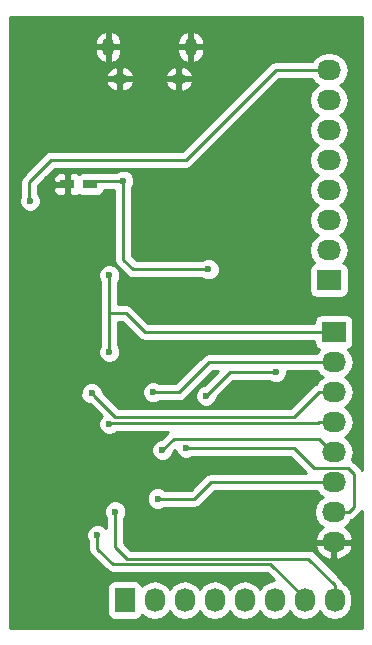
<source format=gbr>
G04 #@! TF.FileFunction,Copper,L2,Bot,Signal*
%FSLAX46Y46*%
G04 Gerber Fmt 4.6, Leading zero omitted, Abs format (unit mm)*
G04 Created by KiCad (PCBNEW 4.0.4-stable) date Fri Nov 25 15:40:38 2016*
%MOMM*%
%LPD*%
G01*
G04 APERTURE LIST*
%ADD10C,0.100000*%
%ADD11R,1.200000X0.750000*%
%ADD12O,1.250000X0.950000*%
%ADD13O,1.000000X1.550000*%
%ADD14R,1.727200X2.032000*%
%ADD15O,1.727200X2.032000*%
%ADD16R,2.032000X1.727200*%
%ADD17O,2.032000X1.727200*%
%ADD18C,0.600000*%
%ADD19C,0.250000*%
%ADD20C,0.254000*%
G04 APERTURE END LIST*
D10*
D11*
X156850000Y-92300000D03*
X154950000Y-92300000D03*
D12*
X164400900Y-83362540D03*
X159400900Y-83362540D03*
D13*
X165400900Y-80662540D03*
X158400900Y-80662540D03*
D14*
X159800000Y-127500000D03*
D15*
X162340000Y-127500000D03*
X164880000Y-127500000D03*
X167420000Y-127500000D03*
X169960000Y-127500000D03*
X172500000Y-127500000D03*
X175040000Y-127500000D03*
X177580000Y-127500000D03*
D16*
X177100000Y-100400000D03*
D17*
X177100000Y-97860000D03*
X177100000Y-95320000D03*
X177100000Y-92780000D03*
X177100000Y-90240000D03*
X177100000Y-87700000D03*
X177100000Y-85160000D03*
X177100000Y-82620000D03*
D16*
X177500000Y-104800000D03*
D17*
X177500000Y-107340000D03*
X177500000Y-109880000D03*
X177500000Y-112420000D03*
X177500000Y-114960000D03*
X177500000Y-117500000D03*
X177500000Y-120040000D03*
X177500000Y-122580000D03*
D18*
X166700000Y-110200000D03*
X172600000Y-108200000D03*
X160400000Y-85700000D03*
X152800000Y-113700000D03*
X171900000Y-111000000D03*
X155700000Y-114900000D03*
X155700000Y-113600000D03*
X165800000Y-102700000D03*
X172200000Y-98200000D03*
X158100000Y-96700000D03*
X167500000Y-95800000D03*
X168500000Y-91000000D03*
X154500000Y-87000000D03*
X166900000Y-99500000D03*
X159700000Y-92000000D03*
X157000000Y-110000000D03*
X158500000Y-112600000D03*
X157500000Y-122000000D03*
X159000000Y-120000000D03*
X163000000Y-114800000D03*
X162600000Y-118900000D03*
X165000000Y-114600000D03*
X151800000Y-93700000D03*
X158500000Y-106500000D03*
X158500000Y-100000000D03*
X162200000Y-109900000D03*
D19*
X168700000Y-108200000D02*
X166700000Y-110200000D01*
X169500000Y-108200000D02*
X168700000Y-108200000D01*
X169500000Y-108200000D02*
X172600000Y-108200000D01*
X166900000Y-99500000D02*
X160500000Y-99500000D01*
X160500000Y-99500000D02*
X159700000Y-98700000D01*
X159700000Y-98700000D02*
X159700000Y-92000000D01*
X159700000Y-92000000D02*
X157150000Y-92000000D01*
X157150000Y-92000000D02*
X156850000Y-92300000D01*
X157299999Y-110299999D02*
X157000000Y-110000000D01*
X159000000Y-112000000D02*
X157299999Y-110299999D01*
X174114000Y-112000000D02*
X159000000Y-112000000D01*
X176234000Y-109880000D02*
X174114000Y-112000000D01*
X177500000Y-109880000D02*
X176234000Y-109880000D01*
X176154000Y-112500000D02*
X158600000Y-112500000D01*
X158600000Y-112500000D02*
X158500000Y-112600000D01*
X177500000Y-112420000D02*
X176234000Y-112420000D01*
X176234000Y-112420000D02*
X176154000Y-112500000D01*
X157500000Y-123136411D02*
X157500000Y-122424264D01*
X157500000Y-122424264D02*
X157500000Y-122000000D01*
X158813600Y-124450011D02*
X157500000Y-123136411D01*
X172142411Y-124450011D02*
X158813600Y-124450011D01*
X175040000Y-127347600D02*
X172142411Y-124450011D01*
X175040000Y-127500000D02*
X175040000Y-127347600D01*
X177580000Y-127500000D02*
X177580000Y-126234000D01*
X177580000Y-126234000D02*
X175346000Y-124000000D01*
X175346000Y-124000000D02*
X160000000Y-124000000D01*
X159000000Y-121700000D02*
X159000000Y-120000000D01*
X160000000Y-124000000D02*
X159000000Y-123000000D01*
X159000000Y-123000000D02*
X159000000Y-121700000D01*
X177347600Y-114960000D02*
X177500000Y-114960000D01*
X176234000Y-113846400D02*
X177347600Y-114960000D01*
X163953600Y-113846400D02*
X176234000Y-113846400D01*
X163000000Y-114800000D02*
X163953600Y-113846400D01*
X165700000Y-118900000D02*
X167100000Y-117500000D01*
X167100000Y-117500000D02*
X177500000Y-117500000D01*
X162600000Y-118900000D02*
X165700000Y-118900000D01*
X174100000Y-114600000D02*
X165000000Y-114600000D01*
X175811390Y-116311390D02*
X174100000Y-114600000D01*
X179200000Y-116800000D02*
X178711390Y-116311390D01*
X178711390Y-116311390D02*
X175811390Y-116311390D01*
X179200000Y-119606000D02*
X179200000Y-116800000D01*
X177500000Y-120040000D02*
X178766000Y-120040000D01*
X178766000Y-120040000D02*
X179200000Y-119606000D01*
X151700000Y-92100000D02*
X151700000Y-93600000D01*
X151700000Y-93600000D02*
X151800000Y-93700000D01*
X153600000Y-90200000D02*
X151700000Y-92100000D01*
X165000000Y-90200000D02*
X153600000Y-90200000D01*
X172580000Y-82620000D02*
X165000000Y-90200000D01*
X177100000Y-82620000D02*
X172580000Y-82620000D01*
X158500000Y-100000000D02*
X158500000Y-103200000D01*
X158500000Y-103200000D02*
X158500000Y-106500000D01*
X161500000Y-104800000D02*
X159900000Y-103200000D01*
X159900000Y-103200000D02*
X158500000Y-103200000D01*
X177500000Y-104800000D02*
X162200000Y-104800000D01*
X162200000Y-104800000D02*
X161500000Y-104800000D01*
X164400000Y-109900000D02*
X166960000Y-107340000D01*
X166960000Y-107340000D02*
X169160000Y-107340000D01*
X162200000Y-109900000D02*
X164400000Y-109900000D01*
X177500000Y-107340000D02*
X169160000Y-107340000D01*
D20*
G36*
X179873000Y-116465538D02*
X179737401Y-116262599D01*
X179248791Y-115773989D01*
X179013585Y-115616830D01*
X179069271Y-115533489D01*
X179183345Y-114960000D01*
X179069271Y-114386511D01*
X178744415Y-113900330D01*
X178429634Y-113690000D01*
X178744415Y-113479670D01*
X179069271Y-112993489D01*
X179183345Y-112420000D01*
X179069271Y-111846511D01*
X178744415Y-111360330D01*
X178429634Y-111150000D01*
X178744415Y-110939670D01*
X179069271Y-110453489D01*
X179183345Y-109880000D01*
X179069271Y-109306511D01*
X178744415Y-108820330D01*
X178429634Y-108610000D01*
X178744415Y-108399670D01*
X179069271Y-107913489D01*
X179183345Y-107340000D01*
X179069271Y-106766511D01*
X178744415Y-106280330D01*
X178730087Y-106270757D01*
X178751317Y-106266762D01*
X178967441Y-106127690D01*
X179112431Y-105915490D01*
X179163440Y-105663600D01*
X179163440Y-103936400D01*
X179119162Y-103701083D01*
X178980090Y-103484959D01*
X178767890Y-103339969D01*
X178516000Y-103288960D01*
X176484000Y-103288960D01*
X176248683Y-103333238D01*
X176032559Y-103472310D01*
X175887569Y-103684510D01*
X175836560Y-103936400D01*
X175836560Y-104040000D01*
X161814802Y-104040000D01*
X160437401Y-102662599D01*
X160190839Y-102497852D01*
X159900000Y-102440000D01*
X159260000Y-102440000D01*
X159260000Y-100562463D01*
X159292192Y-100530327D01*
X159434838Y-100186799D01*
X159435162Y-99814833D01*
X159293117Y-99471057D01*
X159030327Y-99207808D01*
X158686799Y-99065162D01*
X158314833Y-99064838D01*
X157971057Y-99206883D01*
X157707808Y-99469673D01*
X157565162Y-99813201D01*
X157564838Y-100185167D01*
X157706883Y-100528943D01*
X157740000Y-100562118D01*
X157740000Y-105937537D01*
X157707808Y-105969673D01*
X157565162Y-106313201D01*
X157564838Y-106685167D01*
X157706883Y-107028943D01*
X157969673Y-107292192D01*
X158313201Y-107434838D01*
X158685167Y-107435162D01*
X159028943Y-107293117D01*
X159292192Y-107030327D01*
X159434838Y-106686799D01*
X159435162Y-106314833D01*
X159293117Y-105971057D01*
X159260000Y-105937882D01*
X159260000Y-103960000D01*
X159585198Y-103960000D01*
X160962599Y-105337401D01*
X161209161Y-105502148D01*
X161500000Y-105560000D01*
X175836560Y-105560000D01*
X175836560Y-105663600D01*
X175880838Y-105898917D01*
X176019910Y-106115041D01*
X176232110Y-106260031D01*
X176273439Y-106268400D01*
X176255585Y-106280330D01*
X176055352Y-106580000D01*
X166960000Y-106580000D01*
X166669161Y-106637852D01*
X166422599Y-106802599D01*
X164085198Y-109140000D01*
X162762463Y-109140000D01*
X162730327Y-109107808D01*
X162386799Y-108965162D01*
X162014833Y-108964838D01*
X161671057Y-109106883D01*
X161407808Y-109369673D01*
X161265162Y-109713201D01*
X161264838Y-110085167D01*
X161406883Y-110428943D01*
X161669673Y-110692192D01*
X162013201Y-110834838D01*
X162385167Y-110835162D01*
X162728943Y-110693117D01*
X162762118Y-110660000D01*
X164400000Y-110660000D01*
X164690839Y-110602148D01*
X164937401Y-110437401D01*
X167274802Y-108100000D01*
X167725198Y-108100000D01*
X166560320Y-109264878D01*
X166514833Y-109264838D01*
X166171057Y-109406883D01*
X165907808Y-109669673D01*
X165765162Y-110013201D01*
X165764838Y-110385167D01*
X165906883Y-110728943D01*
X166169673Y-110992192D01*
X166513201Y-111134838D01*
X166885167Y-111135162D01*
X167228943Y-110993117D01*
X167492192Y-110730327D01*
X167634838Y-110386799D01*
X167634879Y-110339923D01*
X169014802Y-108960000D01*
X172037537Y-108960000D01*
X172069673Y-108992192D01*
X172413201Y-109134838D01*
X172785167Y-109135162D01*
X173128943Y-108993117D01*
X173392192Y-108730327D01*
X173534838Y-108386799D01*
X173535088Y-108100000D01*
X176055352Y-108100000D01*
X176255585Y-108399670D01*
X176570366Y-108610000D01*
X176255585Y-108820330D01*
X176027968Y-109160983D01*
X175943161Y-109177852D01*
X175696599Y-109342599D01*
X173799198Y-111240000D01*
X159314802Y-111240000D01*
X157935122Y-109860320D01*
X157935162Y-109814833D01*
X157793117Y-109471057D01*
X157530327Y-109207808D01*
X157186799Y-109065162D01*
X156814833Y-109064838D01*
X156471057Y-109206883D01*
X156207808Y-109469673D01*
X156065162Y-109813201D01*
X156064838Y-110185167D01*
X156206883Y-110528943D01*
X156469673Y-110792192D01*
X156813201Y-110934838D01*
X156860077Y-110934879D01*
X157851465Y-111926267D01*
X157707808Y-112069673D01*
X157565162Y-112413201D01*
X157564838Y-112785167D01*
X157706883Y-113128943D01*
X157969673Y-113392192D01*
X158313201Y-113534838D01*
X158685167Y-113535162D01*
X159028943Y-113393117D01*
X159162293Y-113260000D01*
X163489531Y-113260000D01*
X163416199Y-113308999D01*
X162860320Y-113864878D01*
X162814833Y-113864838D01*
X162471057Y-114006883D01*
X162207808Y-114269673D01*
X162065162Y-114613201D01*
X162064838Y-114985167D01*
X162206883Y-115328943D01*
X162469673Y-115592192D01*
X162813201Y-115734838D01*
X163185167Y-115735162D01*
X163528943Y-115593117D01*
X163792192Y-115330327D01*
X163934838Y-114986799D01*
X163934879Y-114939923D01*
X164072088Y-114802714D01*
X164206883Y-115128943D01*
X164469673Y-115392192D01*
X164813201Y-115534838D01*
X165185167Y-115535162D01*
X165528943Y-115393117D01*
X165562118Y-115360000D01*
X173785198Y-115360000D01*
X175165198Y-116740000D01*
X167100000Y-116740000D01*
X166809161Y-116797852D01*
X166562599Y-116962599D01*
X165385198Y-118140000D01*
X163162463Y-118140000D01*
X163130327Y-118107808D01*
X162786799Y-117965162D01*
X162414833Y-117964838D01*
X162071057Y-118106883D01*
X161807808Y-118369673D01*
X161665162Y-118713201D01*
X161664838Y-119085167D01*
X161806883Y-119428943D01*
X162069673Y-119692192D01*
X162413201Y-119834838D01*
X162785167Y-119835162D01*
X163128943Y-119693117D01*
X163162118Y-119660000D01*
X165700000Y-119660000D01*
X165990839Y-119602148D01*
X166237401Y-119437401D01*
X167414802Y-118260000D01*
X176055352Y-118260000D01*
X176255585Y-118559670D01*
X176570366Y-118770000D01*
X176255585Y-118980330D01*
X175930729Y-119466511D01*
X175816655Y-120040000D01*
X175930729Y-120613489D01*
X176255585Y-121099670D01*
X176565069Y-121306461D01*
X176149268Y-121677964D01*
X175895291Y-122205209D01*
X175892642Y-122220974D01*
X176013783Y-122453000D01*
X177373000Y-122453000D01*
X177373000Y-122433000D01*
X177627000Y-122433000D01*
X177627000Y-122453000D01*
X178986217Y-122453000D01*
X179107358Y-122220974D01*
X179104709Y-122205209D01*
X178850732Y-121677964D01*
X178434931Y-121306461D01*
X178744415Y-121099670D01*
X178972032Y-120759017D01*
X179056839Y-120742148D01*
X179303401Y-120577401D01*
X179737401Y-120143401D01*
X179873000Y-119940462D01*
X179873000Y-129873000D01*
X150127000Y-129873000D01*
X150127000Y-122185167D01*
X156564838Y-122185167D01*
X156706883Y-122528943D01*
X156740000Y-122562118D01*
X156740000Y-123136411D01*
X156797852Y-123427250D01*
X156962599Y-123673812D01*
X158276199Y-124987412D01*
X158522761Y-125152159D01*
X158813600Y-125210011D01*
X171827609Y-125210011D01*
X172445161Y-125827563D01*
X171926511Y-125930729D01*
X171440330Y-126255585D01*
X171230000Y-126570366D01*
X171019670Y-126255585D01*
X170533489Y-125930729D01*
X169960000Y-125816655D01*
X169386511Y-125930729D01*
X168900330Y-126255585D01*
X168690000Y-126570366D01*
X168479670Y-126255585D01*
X167993489Y-125930729D01*
X167420000Y-125816655D01*
X166846511Y-125930729D01*
X166360330Y-126255585D01*
X166150000Y-126570366D01*
X165939670Y-126255585D01*
X165453489Y-125930729D01*
X164880000Y-125816655D01*
X164306511Y-125930729D01*
X163820330Y-126255585D01*
X163610000Y-126570366D01*
X163399670Y-126255585D01*
X162913489Y-125930729D01*
X162340000Y-125816655D01*
X161766511Y-125930729D01*
X161280330Y-126255585D01*
X161270757Y-126269913D01*
X161266762Y-126248683D01*
X161127690Y-126032559D01*
X160915490Y-125887569D01*
X160663600Y-125836560D01*
X158936400Y-125836560D01*
X158701083Y-125880838D01*
X158484959Y-126019910D01*
X158339969Y-126232110D01*
X158288960Y-126484000D01*
X158288960Y-128516000D01*
X158333238Y-128751317D01*
X158472310Y-128967441D01*
X158684510Y-129112431D01*
X158936400Y-129163440D01*
X160663600Y-129163440D01*
X160898917Y-129119162D01*
X161115041Y-128980090D01*
X161260031Y-128767890D01*
X161268400Y-128726561D01*
X161280330Y-128744415D01*
X161766511Y-129069271D01*
X162340000Y-129183345D01*
X162913489Y-129069271D01*
X163399670Y-128744415D01*
X163610000Y-128429634D01*
X163820330Y-128744415D01*
X164306511Y-129069271D01*
X164880000Y-129183345D01*
X165453489Y-129069271D01*
X165939670Y-128744415D01*
X166150000Y-128429634D01*
X166360330Y-128744415D01*
X166846511Y-129069271D01*
X167420000Y-129183345D01*
X167993489Y-129069271D01*
X168479670Y-128744415D01*
X168690000Y-128429634D01*
X168900330Y-128744415D01*
X169386511Y-129069271D01*
X169960000Y-129183345D01*
X170533489Y-129069271D01*
X171019670Y-128744415D01*
X171230000Y-128429634D01*
X171440330Y-128744415D01*
X171926511Y-129069271D01*
X172500000Y-129183345D01*
X173073489Y-129069271D01*
X173559670Y-128744415D01*
X173770000Y-128429634D01*
X173980330Y-128744415D01*
X174466511Y-129069271D01*
X175040000Y-129183345D01*
X175613489Y-129069271D01*
X176099670Y-128744415D01*
X176310000Y-128429634D01*
X176520330Y-128744415D01*
X177006511Y-129069271D01*
X177580000Y-129183345D01*
X178153489Y-129069271D01*
X178639670Y-128744415D01*
X178964526Y-128258234D01*
X179078600Y-127684745D01*
X179078600Y-127315255D01*
X178964526Y-126741766D01*
X178639670Y-126255585D01*
X178299017Y-126027968D01*
X178282148Y-125943161D01*
X178117401Y-125696599D01*
X175883401Y-123462599D01*
X175636839Y-123297852D01*
X175346000Y-123240000D01*
X160314802Y-123240000D01*
X160013828Y-122939026D01*
X175892642Y-122939026D01*
X175895291Y-122954791D01*
X176149268Y-123482036D01*
X176585680Y-123871954D01*
X177138087Y-124065184D01*
X177373000Y-123920924D01*
X177373000Y-122707000D01*
X177627000Y-122707000D01*
X177627000Y-123920924D01*
X177861913Y-124065184D01*
X178414320Y-123871954D01*
X178850732Y-123482036D01*
X179104709Y-122954791D01*
X179107358Y-122939026D01*
X178986217Y-122707000D01*
X177627000Y-122707000D01*
X177373000Y-122707000D01*
X176013783Y-122707000D01*
X175892642Y-122939026D01*
X160013828Y-122939026D01*
X159760000Y-122685198D01*
X159760000Y-120562463D01*
X159792192Y-120530327D01*
X159934838Y-120186799D01*
X159935162Y-119814833D01*
X159793117Y-119471057D01*
X159530327Y-119207808D01*
X159186799Y-119065162D01*
X158814833Y-119064838D01*
X158471057Y-119206883D01*
X158207808Y-119469673D01*
X158065162Y-119813201D01*
X158064838Y-120185167D01*
X158206883Y-120528943D01*
X158240000Y-120562118D01*
X158240000Y-121417847D01*
X158030327Y-121207808D01*
X157686799Y-121065162D01*
X157314833Y-121064838D01*
X156971057Y-121206883D01*
X156707808Y-121469673D01*
X156565162Y-121813201D01*
X156564838Y-122185167D01*
X150127000Y-122185167D01*
X150127000Y-93885167D01*
X150864838Y-93885167D01*
X151006883Y-94228943D01*
X151269673Y-94492192D01*
X151613201Y-94634838D01*
X151985167Y-94635162D01*
X152328943Y-94493117D01*
X152592192Y-94230327D01*
X152734838Y-93886799D01*
X152735162Y-93514833D01*
X152593117Y-93171057D01*
X152460000Y-93037707D01*
X152460000Y-92585750D01*
X153715000Y-92585750D01*
X153715000Y-92801310D01*
X153811673Y-93034699D01*
X153990302Y-93213327D01*
X154223691Y-93310000D01*
X154664250Y-93310000D01*
X154823000Y-93151250D01*
X154823000Y-92427000D01*
X153873750Y-92427000D01*
X153715000Y-92585750D01*
X152460000Y-92585750D01*
X152460000Y-92414802D01*
X153076112Y-91798690D01*
X153715000Y-91798690D01*
X153715000Y-92014250D01*
X153873750Y-92173000D01*
X154823000Y-92173000D01*
X154823000Y-91448750D01*
X155077000Y-91448750D01*
X155077000Y-92173000D01*
X155097000Y-92173000D01*
X155097000Y-92427000D01*
X155077000Y-92427000D01*
X155077000Y-93151250D01*
X155235750Y-93310000D01*
X155676309Y-93310000D01*
X155909698Y-93213327D01*
X155911068Y-93211957D01*
X155998110Y-93271431D01*
X156250000Y-93322440D01*
X157450000Y-93322440D01*
X157685317Y-93278162D01*
X157901441Y-93139090D01*
X158046431Y-92926890D01*
X158080227Y-92760000D01*
X158940000Y-92760000D01*
X158940000Y-98700000D01*
X158997852Y-98990839D01*
X159162599Y-99237401D01*
X159962599Y-100037401D01*
X160209161Y-100202148D01*
X160500000Y-100260000D01*
X166337537Y-100260000D01*
X166369673Y-100292192D01*
X166713201Y-100434838D01*
X167085167Y-100435162D01*
X167428943Y-100293117D01*
X167692192Y-100030327D01*
X167834838Y-99686799D01*
X167835162Y-99314833D01*
X167693117Y-98971057D01*
X167430327Y-98707808D01*
X167086799Y-98565162D01*
X166714833Y-98564838D01*
X166371057Y-98706883D01*
X166337882Y-98740000D01*
X160814802Y-98740000D01*
X160460000Y-98385198D01*
X160460000Y-92562463D01*
X160492192Y-92530327D01*
X160634838Y-92186799D01*
X160635162Y-91814833D01*
X160493117Y-91471057D01*
X160230327Y-91207808D01*
X159886799Y-91065162D01*
X159514833Y-91064838D01*
X159171057Y-91206883D01*
X159137882Y-91240000D01*
X157150000Y-91240000D01*
X156961175Y-91277560D01*
X156250000Y-91277560D01*
X156014683Y-91321838D01*
X155911354Y-91388329D01*
X155909698Y-91386673D01*
X155676309Y-91290000D01*
X155235750Y-91290000D01*
X155077000Y-91448750D01*
X154823000Y-91448750D01*
X154664250Y-91290000D01*
X154223691Y-91290000D01*
X153990302Y-91386673D01*
X153811673Y-91565301D01*
X153715000Y-91798690D01*
X153076112Y-91798690D01*
X153914802Y-90960000D01*
X165000000Y-90960000D01*
X165290839Y-90902148D01*
X165537401Y-90737401D01*
X172894802Y-83380000D01*
X175655352Y-83380000D01*
X175855585Y-83679670D01*
X176170366Y-83890000D01*
X175855585Y-84100330D01*
X175530729Y-84586511D01*
X175416655Y-85160000D01*
X175530729Y-85733489D01*
X175855585Y-86219670D01*
X176170366Y-86430000D01*
X175855585Y-86640330D01*
X175530729Y-87126511D01*
X175416655Y-87700000D01*
X175530729Y-88273489D01*
X175855585Y-88759670D01*
X176170366Y-88970000D01*
X175855585Y-89180330D01*
X175530729Y-89666511D01*
X175416655Y-90240000D01*
X175530729Y-90813489D01*
X175855585Y-91299670D01*
X176170366Y-91510000D01*
X175855585Y-91720330D01*
X175530729Y-92206511D01*
X175416655Y-92780000D01*
X175530729Y-93353489D01*
X175855585Y-93839670D01*
X176170366Y-94050000D01*
X175855585Y-94260330D01*
X175530729Y-94746511D01*
X175416655Y-95320000D01*
X175530729Y-95893489D01*
X175855585Y-96379670D01*
X176170366Y-96590000D01*
X175855585Y-96800330D01*
X175530729Y-97286511D01*
X175416655Y-97860000D01*
X175530729Y-98433489D01*
X175855585Y-98919670D01*
X175869913Y-98929243D01*
X175848683Y-98933238D01*
X175632559Y-99072310D01*
X175487569Y-99284510D01*
X175436560Y-99536400D01*
X175436560Y-101263600D01*
X175480838Y-101498917D01*
X175619910Y-101715041D01*
X175832110Y-101860031D01*
X176084000Y-101911040D01*
X178116000Y-101911040D01*
X178351317Y-101866762D01*
X178567441Y-101727690D01*
X178712431Y-101515490D01*
X178763440Y-101263600D01*
X178763440Y-99536400D01*
X178719162Y-99301083D01*
X178580090Y-99084959D01*
X178367890Y-98939969D01*
X178326561Y-98931600D01*
X178344415Y-98919670D01*
X178669271Y-98433489D01*
X178783345Y-97860000D01*
X178669271Y-97286511D01*
X178344415Y-96800330D01*
X178029634Y-96590000D01*
X178344415Y-96379670D01*
X178669271Y-95893489D01*
X178783345Y-95320000D01*
X178669271Y-94746511D01*
X178344415Y-94260330D01*
X178029634Y-94050000D01*
X178344415Y-93839670D01*
X178669271Y-93353489D01*
X178783345Y-92780000D01*
X178669271Y-92206511D01*
X178344415Y-91720330D01*
X178029634Y-91510000D01*
X178344415Y-91299670D01*
X178669271Y-90813489D01*
X178783345Y-90240000D01*
X178669271Y-89666511D01*
X178344415Y-89180330D01*
X178029634Y-88970000D01*
X178344415Y-88759670D01*
X178669271Y-88273489D01*
X178783345Y-87700000D01*
X178669271Y-87126511D01*
X178344415Y-86640330D01*
X178029634Y-86430000D01*
X178344415Y-86219670D01*
X178669271Y-85733489D01*
X178783345Y-85160000D01*
X178669271Y-84586511D01*
X178344415Y-84100330D01*
X178029634Y-83890000D01*
X178344415Y-83679670D01*
X178669271Y-83193489D01*
X178783345Y-82620000D01*
X178669271Y-82046511D01*
X178344415Y-81560330D01*
X177858234Y-81235474D01*
X177284745Y-81121400D01*
X176915255Y-81121400D01*
X176341766Y-81235474D01*
X175855585Y-81560330D01*
X175655352Y-81860000D01*
X172580000Y-81860000D01*
X172289161Y-81917852D01*
X172042599Y-82082599D01*
X164685198Y-89440000D01*
X153600000Y-89440000D01*
X153309161Y-89497852D01*
X153062599Y-89662599D01*
X151162599Y-91562599D01*
X150997852Y-91809161D01*
X150940000Y-92100000D01*
X150940000Y-93332972D01*
X150865162Y-93513201D01*
X150864838Y-93885167D01*
X150127000Y-93885167D01*
X150127000Y-83660478D01*
X158181632Y-83660478D01*
X158365348Y-84034361D01*
X158689851Y-84322108D01*
X159099769Y-84463769D01*
X159273900Y-84315103D01*
X159273900Y-83489540D01*
X159527900Y-83489540D01*
X159527900Y-84315103D01*
X159702031Y-84463769D01*
X160111949Y-84322108D01*
X160436452Y-84034361D01*
X160620168Y-83660478D01*
X163181632Y-83660478D01*
X163365348Y-84034361D01*
X163689851Y-84322108D01*
X164099769Y-84463769D01*
X164273900Y-84315103D01*
X164273900Y-83489540D01*
X164527900Y-83489540D01*
X164527900Y-84315103D01*
X164702031Y-84463769D01*
X165111949Y-84322108D01*
X165436452Y-84034361D01*
X165620168Y-83660478D01*
X165493634Y-83489540D01*
X164527900Y-83489540D01*
X164273900Y-83489540D01*
X163308166Y-83489540D01*
X163181632Y-83660478D01*
X160620168Y-83660478D01*
X160493634Y-83489540D01*
X159527900Y-83489540D01*
X159273900Y-83489540D01*
X158308166Y-83489540D01*
X158181632Y-83660478D01*
X150127000Y-83660478D01*
X150127000Y-83064602D01*
X158181632Y-83064602D01*
X158308166Y-83235540D01*
X159273900Y-83235540D01*
X159273900Y-82409977D01*
X159527900Y-82409977D01*
X159527900Y-83235540D01*
X160493634Y-83235540D01*
X160620168Y-83064602D01*
X163181632Y-83064602D01*
X163308166Y-83235540D01*
X164273900Y-83235540D01*
X164273900Y-82409977D01*
X164527900Y-82409977D01*
X164527900Y-83235540D01*
X165493634Y-83235540D01*
X165620168Y-83064602D01*
X165436452Y-82690719D01*
X165111949Y-82402972D01*
X164702031Y-82261311D01*
X164527900Y-82409977D01*
X164273900Y-82409977D01*
X164099769Y-82261311D01*
X163689851Y-82402972D01*
X163365348Y-82690719D01*
X163181632Y-83064602D01*
X160620168Y-83064602D01*
X160436452Y-82690719D01*
X160111949Y-82402972D01*
X159702031Y-82261311D01*
X159527900Y-82409977D01*
X159273900Y-82409977D01*
X159099769Y-82261311D01*
X158689851Y-82402972D01*
X158365348Y-82690719D01*
X158181632Y-83064602D01*
X150127000Y-83064602D01*
X150127000Y-80789540D01*
X157265900Y-80789540D01*
X157265900Y-81064540D01*
X157400898Y-81489218D01*
X157688137Y-81829908D01*
X158099026Y-82031659D01*
X158273900Y-81905494D01*
X158273900Y-80789540D01*
X158527900Y-80789540D01*
X158527900Y-81905494D01*
X158702774Y-82031659D01*
X159113663Y-81829908D01*
X159400902Y-81489218D01*
X159535900Y-81064540D01*
X159535900Y-80789540D01*
X164265900Y-80789540D01*
X164265900Y-81064540D01*
X164400898Y-81489218D01*
X164688137Y-81829908D01*
X165099026Y-82031659D01*
X165273900Y-81905494D01*
X165273900Y-80789540D01*
X165527900Y-80789540D01*
X165527900Y-81905494D01*
X165702774Y-82031659D01*
X166113663Y-81829908D01*
X166400902Y-81489218D01*
X166535900Y-81064540D01*
X166535900Y-80789540D01*
X165527900Y-80789540D01*
X165273900Y-80789540D01*
X164265900Y-80789540D01*
X159535900Y-80789540D01*
X158527900Y-80789540D01*
X158273900Y-80789540D01*
X157265900Y-80789540D01*
X150127000Y-80789540D01*
X150127000Y-80260540D01*
X157265900Y-80260540D01*
X157265900Y-80535540D01*
X158273900Y-80535540D01*
X158273900Y-79419586D01*
X158527900Y-79419586D01*
X158527900Y-80535540D01*
X159535900Y-80535540D01*
X159535900Y-80260540D01*
X164265900Y-80260540D01*
X164265900Y-80535540D01*
X165273900Y-80535540D01*
X165273900Y-79419586D01*
X165527900Y-79419586D01*
X165527900Y-80535540D01*
X166535900Y-80535540D01*
X166535900Y-80260540D01*
X166400902Y-79835862D01*
X166113663Y-79495172D01*
X165702774Y-79293421D01*
X165527900Y-79419586D01*
X165273900Y-79419586D01*
X165099026Y-79293421D01*
X164688137Y-79495172D01*
X164400898Y-79835862D01*
X164265900Y-80260540D01*
X159535900Y-80260540D01*
X159400902Y-79835862D01*
X159113663Y-79495172D01*
X158702774Y-79293421D01*
X158527900Y-79419586D01*
X158273900Y-79419586D01*
X158099026Y-79293421D01*
X157688137Y-79495172D01*
X157400898Y-79835862D01*
X157265900Y-80260540D01*
X150127000Y-80260540D01*
X150127000Y-78127000D01*
X179873000Y-78127000D01*
X179873000Y-116465538D01*
X179873000Y-116465538D01*
G37*
X179873000Y-116465538D02*
X179737401Y-116262599D01*
X179248791Y-115773989D01*
X179013585Y-115616830D01*
X179069271Y-115533489D01*
X179183345Y-114960000D01*
X179069271Y-114386511D01*
X178744415Y-113900330D01*
X178429634Y-113690000D01*
X178744415Y-113479670D01*
X179069271Y-112993489D01*
X179183345Y-112420000D01*
X179069271Y-111846511D01*
X178744415Y-111360330D01*
X178429634Y-111150000D01*
X178744415Y-110939670D01*
X179069271Y-110453489D01*
X179183345Y-109880000D01*
X179069271Y-109306511D01*
X178744415Y-108820330D01*
X178429634Y-108610000D01*
X178744415Y-108399670D01*
X179069271Y-107913489D01*
X179183345Y-107340000D01*
X179069271Y-106766511D01*
X178744415Y-106280330D01*
X178730087Y-106270757D01*
X178751317Y-106266762D01*
X178967441Y-106127690D01*
X179112431Y-105915490D01*
X179163440Y-105663600D01*
X179163440Y-103936400D01*
X179119162Y-103701083D01*
X178980090Y-103484959D01*
X178767890Y-103339969D01*
X178516000Y-103288960D01*
X176484000Y-103288960D01*
X176248683Y-103333238D01*
X176032559Y-103472310D01*
X175887569Y-103684510D01*
X175836560Y-103936400D01*
X175836560Y-104040000D01*
X161814802Y-104040000D01*
X160437401Y-102662599D01*
X160190839Y-102497852D01*
X159900000Y-102440000D01*
X159260000Y-102440000D01*
X159260000Y-100562463D01*
X159292192Y-100530327D01*
X159434838Y-100186799D01*
X159435162Y-99814833D01*
X159293117Y-99471057D01*
X159030327Y-99207808D01*
X158686799Y-99065162D01*
X158314833Y-99064838D01*
X157971057Y-99206883D01*
X157707808Y-99469673D01*
X157565162Y-99813201D01*
X157564838Y-100185167D01*
X157706883Y-100528943D01*
X157740000Y-100562118D01*
X157740000Y-105937537D01*
X157707808Y-105969673D01*
X157565162Y-106313201D01*
X157564838Y-106685167D01*
X157706883Y-107028943D01*
X157969673Y-107292192D01*
X158313201Y-107434838D01*
X158685167Y-107435162D01*
X159028943Y-107293117D01*
X159292192Y-107030327D01*
X159434838Y-106686799D01*
X159435162Y-106314833D01*
X159293117Y-105971057D01*
X159260000Y-105937882D01*
X159260000Y-103960000D01*
X159585198Y-103960000D01*
X160962599Y-105337401D01*
X161209161Y-105502148D01*
X161500000Y-105560000D01*
X175836560Y-105560000D01*
X175836560Y-105663600D01*
X175880838Y-105898917D01*
X176019910Y-106115041D01*
X176232110Y-106260031D01*
X176273439Y-106268400D01*
X176255585Y-106280330D01*
X176055352Y-106580000D01*
X166960000Y-106580000D01*
X166669161Y-106637852D01*
X166422599Y-106802599D01*
X164085198Y-109140000D01*
X162762463Y-109140000D01*
X162730327Y-109107808D01*
X162386799Y-108965162D01*
X162014833Y-108964838D01*
X161671057Y-109106883D01*
X161407808Y-109369673D01*
X161265162Y-109713201D01*
X161264838Y-110085167D01*
X161406883Y-110428943D01*
X161669673Y-110692192D01*
X162013201Y-110834838D01*
X162385167Y-110835162D01*
X162728943Y-110693117D01*
X162762118Y-110660000D01*
X164400000Y-110660000D01*
X164690839Y-110602148D01*
X164937401Y-110437401D01*
X167274802Y-108100000D01*
X167725198Y-108100000D01*
X166560320Y-109264878D01*
X166514833Y-109264838D01*
X166171057Y-109406883D01*
X165907808Y-109669673D01*
X165765162Y-110013201D01*
X165764838Y-110385167D01*
X165906883Y-110728943D01*
X166169673Y-110992192D01*
X166513201Y-111134838D01*
X166885167Y-111135162D01*
X167228943Y-110993117D01*
X167492192Y-110730327D01*
X167634838Y-110386799D01*
X167634879Y-110339923D01*
X169014802Y-108960000D01*
X172037537Y-108960000D01*
X172069673Y-108992192D01*
X172413201Y-109134838D01*
X172785167Y-109135162D01*
X173128943Y-108993117D01*
X173392192Y-108730327D01*
X173534838Y-108386799D01*
X173535088Y-108100000D01*
X176055352Y-108100000D01*
X176255585Y-108399670D01*
X176570366Y-108610000D01*
X176255585Y-108820330D01*
X176027968Y-109160983D01*
X175943161Y-109177852D01*
X175696599Y-109342599D01*
X173799198Y-111240000D01*
X159314802Y-111240000D01*
X157935122Y-109860320D01*
X157935162Y-109814833D01*
X157793117Y-109471057D01*
X157530327Y-109207808D01*
X157186799Y-109065162D01*
X156814833Y-109064838D01*
X156471057Y-109206883D01*
X156207808Y-109469673D01*
X156065162Y-109813201D01*
X156064838Y-110185167D01*
X156206883Y-110528943D01*
X156469673Y-110792192D01*
X156813201Y-110934838D01*
X156860077Y-110934879D01*
X157851465Y-111926267D01*
X157707808Y-112069673D01*
X157565162Y-112413201D01*
X157564838Y-112785167D01*
X157706883Y-113128943D01*
X157969673Y-113392192D01*
X158313201Y-113534838D01*
X158685167Y-113535162D01*
X159028943Y-113393117D01*
X159162293Y-113260000D01*
X163489531Y-113260000D01*
X163416199Y-113308999D01*
X162860320Y-113864878D01*
X162814833Y-113864838D01*
X162471057Y-114006883D01*
X162207808Y-114269673D01*
X162065162Y-114613201D01*
X162064838Y-114985167D01*
X162206883Y-115328943D01*
X162469673Y-115592192D01*
X162813201Y-115734838D01*
X163185167Y-115735162D01*
X163528943Y-115593117D01*
X163792192Y-115330327D01*
X163934838Y-114986799D01*
X163934879Y-114939923D01*
X164072088Y-114802714D01*
X164206883Y-115128943D01*
X164469673Y-115392192D01*
X164813201Y-115534838D01*
X165185167Y-115535162D01*
X165528943Y-115393117D01*
X165562118Y-115360000D01*
X173785198Y-115360000D01*
X175165198Y-116740000D01*
X167100000Y-116740000D01*
X166809161Y-116797852D01*
X166562599Y-116962599D01*
X165385198Y-118140000D01*
X163162463Y-118140000D01*
X163130327Y-118107808D01*
X162786799Y-117965162D01*
X162414833Y-117964838D01*
X162071057Y-118106883D01*
X161807808Y-118369673D01*
X161665162Y-118713201D01*
X161664838Y-119085167D01*
X161806883Y-119428943D01*
X162069673Y-119692192D01*
X162413201Y-119834838D01*
X162785167Y-119835162D01*
X163128943Y-119693117D01*
X163162118Y-119660000D01*
X165700000Y-119660000D01*
X165990839Y-119602148D01*
X166237401Y-119437401D01*
X167414802Y-118260000D01*
X176055352Y-118260000D01*
X176255585Y-118559670D01*
X176570366Y-118770000D01*
X176255585Y-118980330D01*
X175930729Y-119466511D01*
X175816655Y-120040000D01*
X175930729Y-120613489D01*
X176255585Y-121099670D01*
X176565069Y-121306461D01*
X176149268Y-121677964D01*
X175895291Y-122205209D01*
X175892642Y-122220974D01*
X176013783Y-122453000D01*
X177373000Y-122453000D01*
X177373000Y-122433000D01*
X177627000Y-122433000D01*
X177627000Y-122453000D01*
X178986217Y-122453000D01*
X179107358Y-122220974D01*
X179104709Y-122205209D01*
X178850732Y-121677964D01*
X178434931Y-121306461D01*
X178744415Y-121099670D01*
X178972032Y-120759017D01*
X179056839Y-120742148D01*
X179303401Y-120577401D01*
X179737401Y-120143401D01*
X179873000Y-119940462D01*
X179873000Y-129873000D01*
X150127000Y-129873000D01*
X150127000Y-122185167D01*
X156564838Y-122185167D01*
X156706883Y-122528943D01*
X156740000Y-122562118D01*
X156740000Y-123136411D01*
X156797852Y-123427250D01*
X156962599Y-123673812D01*
X158276199Y-124987412D01*
X158522761Y-125152159D01*
X158813600Y-125210011D01*
X171827609Y-125210011D01*
X172445161Y-125827563D01*
X171926511Y-125930729D01*
X171440330Y-126255585D01*
X171230000Y-126570366D01*
X171019670Y-126255585D01*
X170533489Y-125930729D01*
X169960000Y-125816655D01*
X169386511Y-125930729D01*
X168900330Y-126255585D01*
X168690000Y-126570366D01*
X168479670Y-126255585D01*
X167993489Y-125930729D01*
X167420000Y-125816655D01*
X166846511Y-125930729D01*
X166360330Y-126255585D01*
X166150000Y-126570366D01*
X165939670Y-126255585D01*
X165453489Y-125930729D01*
X164880000Y-125816655D01*
X164306511Y-125930729D01*
X163820330Y-126255585D01*
X163610000Y-126570366D01*
X163399670Y-126255585D01*
X162913489Y-125930729D01*
X162340000Y-125816655D01*
X161766511Y-125930729D01*
X161280330Y-126255585D01*
X161270757Y-126269913D01*
X161266762Y-126248683D01*
X161127690Y-126032559D01*
X160915490Y-125887569D01*
X160663600Y-125836560D01*
X158936400Y-125836560D01*
X158701083Y-125880838D01*
X158484959Y-126019910D01*
X158339969Y-126232110D01*
X158288960Y-126484000D01*
X158288960Y-128516000D01*
X158333238Y-128751317D01*
X158472310Y-128967441D01*
X158684510Y-129112431D01*
X158936400Y-129163440D01*
X160663600Y-129163440D01*
X160898917Y-129119162D01*
X161115041Y-128980090D01*
X161260031Y-128767890D01*
X161268400Y-128726561D01*
X161280330Y-128744415D01*
X161766511Y-129069271D01*
X162340000Y-129183345D01*
X162913489Y-129069271D01*
X163399670Y-128744415D01*
X163610000Y-128429634D01*
X163820330Y-128744415D01*
X164306511Y-129069271D01*
X164880000Y-129183345D01*
X165453489Y-129069271D01*
X165939670Y-128744415D01*
X166150000Y-128429634D01*
X166360330Y-128744415D01*
X166846511Y-129069271D01*
X167420000Y-129183345D01*
X167993489Y-129069271D01*
X168479670Y-128744415D01*
X168690000Y-128429634D01*
X168900330Y-128744415D01*
X169386511Y-129069271D01*
X169960000Y-129183345D01*
X170533489Y-129069271D01*
X171019670Y-128744415D01*
X171230000Y-128429634D01*
X171440330Y-128744415D01*
X171926511Y-129069271D01*
X172500000Y-129183345D01*
X173073489Y-129069271D01*
X173559670Y-128744415D01*
X173770000Y-128429634D01*
X173980330Y-128744415D01*
X174466511Y-129069271D01*
X175040000Y-129183345D01*
X175613489Y-129069271D01*
X176099670Y-128744415D01*
X176310000Y-128429634D01*
X176520330Y-128744415D01*
X177006511Y-129069271D01*
X177580000Y-129183345D01*
X178153489Y-129069271D01*
X178639670Y-128744415D01*
X178964526Y-128258234D01*
X179078600Y-127684745D01*
X179078600Y-127315255D01*
X178964526Y-126741766D01*
X178639670Y-126255585D01*
X178299017Y-126027968D01*
X178282148Y-125943161D01*
X178117401Y-125696599D01*
X175883401Y-123462599D01*
X175636839Y-123297852D01*
X175346000Y-123240000D01*
X160314802Y-123240000D01*
X160013828Y-122939026D01*
X175892642Y-122939026D01*
X175895291Y-122954791D01*
X176149268Y-123482036D01*
X176585680Y-123871954D01*
X177138087Y-124065184D01*
X177373000Y-123920924D01*
X177373000Y-122707000D01*
X177627000Y-122707000D01*
X177627000Y-123920924D01*
X177861913Y-124065184D01*
X178414320Y-123871954D01*
X178850732Y-123482036D01*
X179104709Y-122954791D01*
X179107358Y-122939026D01*
X178986217Y-122707000D01*
X177627000Y-122707000D01*
X177373000Y-122707000D01*
X176013783Y-122707000D01*
X175892642Y-122939026D01*
X160013828Y-122939026D01*
X159760000Y-122685198D01*
X159760000Y-120562463D01*
X159792192Y-120530327D01*
X159934838Y-120186799D01*
X159935162Y-119814833D01*
X159793117Y-119471057D01*
X159530327Y-119207808D01*
X159186799Y-119065162D01*
X158814833Y-119064838D01*
X158471057Y-119206883D01*
X158207808Y-119469673D01*
X158065162Y-119813201D01*
X158064838Y-120185167D01*
X158206883Y-120528943D01*
X158240000Y-120562118D01*
X158240000Y-121417847D01*
X158030327Y-121207808D01*
X157686799Y-121065162D01*
X157314833Y-121064838D01*
X156971057Y-121206883D01*
X156707808Y-121469673D01*
X156565162Y-121813201D01*
X156564838Y-122185167D01*
X150127000Y-122185167D01*
X150127000Y-93885167D01*
X150864838Y-93885167D01*
X151006883Y-94228943D01*
X151269673Y-94492192D01*
X151613201Y-94634838D01*
X151985167Y-94635162D01*
X152328943Y-94493117D01*
X152592192Y-94230327D01*
X152734838Y-93886799D01*
X152735162Y-93514833D01*
X152593117Y-93171057D01*
X152460000Y-93037707D01*
X152460000Y-92585750D01*
X153715000Y-92585750D01*
X153715000Y-92801310D01*
X153811673Y-93034699D01*
X153990302Y-93213327D01*
X154223691Y-93310000D01*
X154664250Y-93310000D01*
X154823000Y-93151250D01*
X154823000Y-92427000D01*
X153873750Y-92427000D01*
X153715000Y-92585750D01*
X152460000Y-92585750D01*
X152460000Y-92414802D01*
X153076112Y-91798690D01*
X153715000Y-91798690D01*
X153715000Y-92014250D01*
X153873750Y-92173000D01*
X154823000Y-92173000D01*
X154823000Y-91448750D01*
X155077000Y-91448750D01*
X155077000Y-92173000D01*
X155097000Y-92173000D01*
X155097000Y-92427000D01*
X155077000Y-92427000D01*
X155077000Y-93151250D01*
X155235750Y-93310000D01*
X155676309Y-93310000D01*
X155909698Y-93213327D01*
X155911068Y-93211957D01*
X155998110Y-93271431D01*
X156250000Y-93322440D01*
X157450000Y-93322440D01*
X157685317Y-93278162D01*
X157901441Y-93139090D01*
X158046431Y-92926890D01*
X158080227Y-92760000D01*
X158940000Y-92760000D01*
X158940000Y-98700000D01*
X158997852Y-98990839D01*
X159162599Y-99237401D01*
X159962599Y-100037401D01*
X160209161Y-100202148D01*
X160500000Y-100260000D01*
X166337537Y-100260000D01*
X166369673Y-100292192D01*
X166713201Y-100434838D01*
X167085167Y-100435162D01*
X167428943Y-100293117D01*
X167692192Y-100030327D01*
X167834838Y-99686799D01*
X167835162Y-99314833D01*
X167693117Y-98971057D01*
X167430327Y-98707808D01*
X167086799Y-98565162D01*
X166714833Y-98564838D01*
X166371057Y-98706883D01*
X166337882Y-98740000D01*
X160814802Y-98740000D01*
X160460000Y-98385198D01*
X160460000Y-92562463D01*
X160492192Y-92530327D01*
X160634838Y-92186799D01*
X160635162Y-91814833D01*
X160493117Y-91471057D01*
X160230327Y-91207808D01*
X159886799Y-91065162D01*
X159514833Y-91064838D01*
X159171057Y-91206883D01*
X159137882Y-91240000D01*
X157150000Y-91240000D01*
X156961175Y-91277560D01*
X156250000Y-91277560D01*
X156014683Y-91321838D01*
X155911354Y-91388329D01*
X155909698Y-91386673D01*
X155676309Y-91290000D01*
X155235750Y-91290000D01*
X155077000Y-91448750D01*
X154823000Y-91448750D01*
X154664250Y-91290000D01*
X154223691Y-91290000D01*
X153990302Y-91386673D01*
X153811673Y-91565301D01*
X153715000Y-91798690D01*
X153076112Y-91798690D01*
X153914802Y-90960000D01*
X165000000Y-90960000D01*
X165290839Y-90902148D01*
X165537401Y-90737401D01*
X172894802Y-83380000D01*
X175655352Y-83380000D01*
X175855585Y-83679670D01*
X176170366Y-83890000D01*
X175855585Y-84100330D01*
X175530729Y-84586511D01*
X175416655Y-85160000D01*
X175530729Y-85733489D01*
X175855585Y-86219670D01*
X176170366Y-86430000D01*
X175855585Y-86640330D01*
X175530729Y-87126511D01*
X175416655Y-87700000D01*
X175530729Y-88273489D01*
X175855585Y-88759670D01*
X176170366Y-88970000D01*
X175855585Y-89180330D01*
X175530729Y-89666511D01*
X175416655Y-90240000D01*
X175530729Y-90813489D01*
X175855585Y-91299670D01*
X176170366Y-91510000D01*
X175855585Y-91720330D01*
X175530729Y-92206511D01*
X175416655Y-92780000D01*
X175530729Y-93353489D01*
X175855585Y-93839670D01*
X176170366Y-94050000D01*
X175855585Y-94260330D01*
X175530729Y-94746511D01*
X175416655Y-95320000D01*
X175530729Y-95893489D01*
X175855585Y-96379670D01*
X176170366Y-96590000D01*
X175855585Y-96800330D01*
X175530729Y-97286511D01*
X175416655Y-97860000D01*
X175530729Y-98433489D01*
X175855585Y-98919670D01*
X175869913Y-98929243D01*
X175848683Y-98933238D01*
X175632559Y-99072310D01*
X175487569Y-99284510D01*
X175436560Y-99536400D01*
X175436560Y-101263600D01*
X175480838Y-101498917D01*
X175619910Y-101715041D01*
X175832110Y-101860031D01*
X176084000Y-101911040D01*
X178116000Y-101911040D01*
X178351317Y-101866762D01*
X178567441Y-101727690D01*
X178712431Y-101515490D01*
X178763440Y-101263600D01*
X178763440Y-99536400D01*
X178719162Y-99301083D01*
X178580090Y-99084959D01*
X178367890Y-98939969D01*
X178326561Y-98931600D01*
X178344415Y-98919670D01*
X178669271Y-98433489D01*
X178783345Y-97860000D01*
X178669271Y-97286511D01*
X178344415Y-96800330D01*
X178029634Y-96590000D01*
X178344415Y-96379670D01*
X178669271Y-95893489D01*
X178783345Y-95320000D01*
X178669271Y-94746511D01*
X178344415Y-94260330D01*
X178029634Y-94050000D01*
X178344415Y-93839670D01*
X178669271Y-93353489D01*
X178783345Y-92780000D01*
X178669271Y-92206511D01*
X178344415Y-91720330D01*
X178029634Y-91510000D01*
X178344415Y-91299670D01*
X178669271Y-90813489D01*
X178783345Y-90240000D01*
X178669271Y-89666511D01*
X178344415Y-89180330D01*
X178029634Y-88970000D01*
X178344415Y-88759670D01*
X178669271Y-88273489D01*
X178783345Y-87700000D01*
X178669271Y-87126511D01*
X178344415Y-86640330D01*
X178029634Y-86430000D01*
X178344415Y-86219670D01*
X178669271Y-85733489D01*
X178783345Y-85160000D01*
X178669271Y-84586511D01*
X178344415Y-84100330D01*
X178029634Y-83890000D01*
X178344415Y-83679670D01*
X178669271Y-83193489D01*
X178783345Y-82620000D01*
X178669271Y-82046511D01*
X178344415Y-81560330D01*
X177858234Y-81235474D01*
X177284745Y-81121400D01*
X176915255Y-81121400D01*
X176341766Y-81235474D01*
X175855585Y-81560330D01*
X175655352Y-81860000D01*
X172580000Y-81860000D01*
X172289161Y-81917852D01*
X172042599Y-82082599D01*
X164685198Y-89440000D01*
X153600000Y-89440000D01*
X153309161Y-89497852D01*
X153062599Y-89662599D01*
X151162599Y-91562599D01*
X150997852Y-91809161D01*
X150940000Y-92100000D01*
X150940000Y-93332972D01*
X150865162Y-93513201D01*
X150864838Y-93885167D01*
X150127000Y-93885167D01*
X150127000Y-83660478D01*
X158181632Y-83660478D01*
X158365348Y-84034361D01*
X158689851Y-84322108D01*
X159099769Y-84463769D01*
X159273900Y-84315103D01*
X159273900Y-83489540D01*
X159527900Y-83489540D01*
X159527900Y-84315103D01*
X159702031Y-84463769D01*
X160111949Y-84322108D01*
X160436452Y-84034361D01*
X160620168Y-83660478D01*
X163181632Y-83660478D01*
X163365348Y-84034361D01*
X163689851Y-84322108D01*
X164099769Y-84463769D01*
X164273900Y-84315103D01*
X164273900Y-83489540D01*
X164527900Y-83489540D01*
X164527900Y-84315103D01*
X164702031Y-84463769D01*
X165111949Y-84322108D01*
X165436452Y-84034361D01*
X165620168Y-83660478D01*
X165493634Y-83489540D01*
X164527900Y-83489540D01*
X164273900Y-83489540D01*
X163308166Y-83489540D01*
X163181632Y-83660478D01*
X160620168Y-83660478D01*
X160493634Y-83489540D01*
X159527900Y-83489540D01*
X159273900Y-83489540D01*
X158308166Y-83489540D01*
X158181632Y-83660478D01*
X150127000Y-83660478D01*
X150127000Y-83064602D01*
X158181632Y-83064602D01*
X158308166Y-83235540D01*
X159273900Y-83235540D01*
X159273900Y-82409977D01*
X159527900Y-82409977D01*
X159527900Y-83235540D01*
X160493634Y-83235540D01*
X160620168Y-83064602D01*
X163181632Y-83064602D01*
X163308166Y-83235540D01*
X164273900Y-83235540D01*
X164273900Y-82409977D01*
X164527900Y-82409977D01*
X164527900Y-83235540D01*
X165493634Y-83235540D01*
X165620168Y-83064602D01*
X165436452Y-82690719D01*
X165111949Y-82402972D01*
X164702031Y-82261311D01*
X164527900Y-82409977D01*
X164273900Y-82409977D01*
X164099769Y-82261311D01*
X163689851Y-82402972D01*
X163365348Y-82690719D01*
X163181632Y-83064602D01*
X160620168Y-83064602D01*
X160436452Y-82690719D01*
X160111949Y-82402972D01*
X159702031Y-82261311D01*
X159527900Y-82409977D01*
X159273900Y-82409977D01*
X159099769Y-82261311D01*
X158689851Y-82402972D01*
X158365348Y-82690719D01*
X158181632Y-83064602D01*
X150127000Y-83064602D01*
X150127000Y-80789540D01*
X157265900Y-80789540D01*
X157265900Y-81064540D01*
X157400898Y-81489218D01*
X157688137Y-81829908D01*
X158099026Y-82031659D01*
X158273900Y-81905494D01*
X158273900Y-80789540D01*
X158527900Y-80789540D01*
X158527900Y-81905494D01*
X158702774Y-82031659D01*
X159113663Y-81829908D01*
X159400902Y-81489218D01*
X159535900Y-81064540D01*
X159535900Y-80789540D01*
X164265900Y-80789540D01*
X164265900Y-81064540D01*
X164400898Y-81489218D01*
X164688137Y-81829908D01*
X165099026Y-82031659D01*
X165273900Y-81905494D01*
X165273900Y-80789540D01*
X165527900Y-80789540D01*
X165527900Y-81905494D01*
X165702774Y-82031659D01*
X166113663Y-81829908D01*
X166400902Y-81489218D01*
X166535900Y-81064540D01*
X166535900Y-80789540D01*
X165527900Y-80789540D01*
X165273900Y-80789540D01*
X164265900Y-80789540D01*
X159535900Y-80789540D01*
X158527900Y-80789540D01*
X158273900Y-80789540D01*
X157265900Y-80789540D01*
X150127000Y-80789540D01*
X150127000Y-80260540D01*
X157265900Y-80260540D01*
X157265900Y-80535540D01*
X158273900Y-80535540D01*
X158273900Y-79419586D01*
X158527900Y-79419586D01*
X158527900Y-80535540D01*
X159535900Y-80535540D01*
X159535900Y-80260540D01*
X164265900Y-80260540D01*
X164265900Y-80535540D01*
X165273900Y-80535540D01*
X165273900Y-79419586D01*
X165527900Y-79419586D01*
X165527900Y-80535540D01*
X166535900Y-80535540D01*
X166535900Y-80260540D01*
X166400902Y-79835862D01*
X166113663Y-79495172D01*
X165702774Y-79293421D01*
X165527900Y-79419586D01*
X165273900Y-79419586D01*
X165099026Y-79293421D01*
X164688137Y-79495172D01*
X164400898Y-79835862D01*
X164265900Y-80260540D01*
X159535900Y-80260540D01*
X159400902Y-79835862D01*
X159113663Y-79495172D01*
X158702774Y-79293421D01*
X158527900Y-79419586D01*
X158273900Y-79419586D01*
X158099026Y-79293421D01*
X157688137Y-79495172D01*
X157400898Y-79835862D01*
X157265900Y-80260540D01*
X150127000Y-80260540D01*
X150127000Y-78127000D01*
X179873000Y-78127000D01*
X179873000Y-116465538D01*
M02*

</source>
